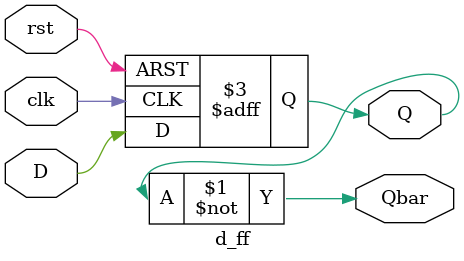
<source format=v>
`timescale 1ns / 1ps


module d_ff(
    input D, clk, rst,
    output reg Q,
    output Qbar
    );
    
    assign Qbar = ~Q;
    
    always @(posedge clk or posedge rst) begin
        if(rst) Q <= 0;
        else Q <= D;
    end
endmodule

</source>
